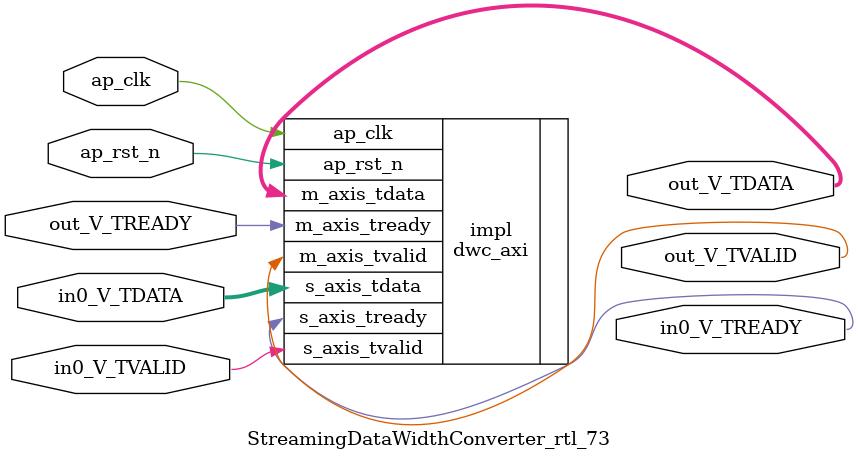
<source format=v>
/******************************************************************************
 * Copyright (C) 2023, Advanced Micro Devices, Inc.
 * All rights reserved.
 *
 * Redistribution and use in source and binary forms, with or without
 * modification, are permitted provided that the following conditions are met:
 *
 *  1. Redistributions of source code must retain the above copyright notice,
 *     this list of conditions and the following disclaimer.
 *
 *  2. Redistributions in binary form must reproduce the above copyright
 *     notice, this list of conditions and the following disclaimer in the
 *     documentation and/or other materials provided with the distribution.
 *
 *  3. Neither the name of the copyright holder nor the names of its
 *     contributors may be used to endorse or promote products derived from
 *     this software without specific prior written permission.
 *
 * THIS SOFTWARE IS PROVIDED BY THE COPYRIGHT HOLDERS AND CONTRIBUTORS "AS IS"
 * AND ANY EXPRESS OR IMPLIED WARRANTIES, INCLUDING, BUT NOT LIMITED TO,
 * THE IMPLIED WARRANTIES OF MERCHANTABILITY AND FITNESS FOR A PARTICULAR
 * PURPOSE ARE DISCLAIMED. IN NO EVENT SHALL THE COPYRIGHT HOLDER OR
 * CONTRIBUTORS BE LIABLE FOR ANY DIRECT, INDIRECT, INCIDENTAL, SPECIAL,
 * EXEMPLARY, OR CONSEQUENTIAL DAMAGES (INCLUDING, BUT NOT LIMITED TO,
 * PROCUREMENT OF SUBSTITUTE GOODS OR SERVICES; LOSS OF USE, DATA, OR PROFITS;
 * OR BUSINESS INTERRUPTION). HOWEVER CAUSED AND ON ANY THEORY OF LIABILITY,
 * WHETHER IN CONTRACT, STRICT LIABILITY, OR TORT (INCLUDING NEGLIGENCE OR
 * OTHERWISE) ARISING IN ANY WAY OUT OF THE USE OF THIS SOFTWARE, EVEN IF
 * ADVISED OF THE POSSIBILITY OF SUCH DAMAGE.
 *****************************************************************************/

module StreamingDataWidthConverter_rtl_73 #(
	parameter  IBITS = 4,
	parameter  OBITS = 256,

	parameter  AXI_IBITS = (IBITS+7)/8 * 8,
	parameter  AXI_OBITS = (OBITS+7)/8 * 8
)(
	//- Global Control ------------------
	(* X_INTERFACE_INFO = "xilinx.com:signal:clock:1.0 ap_clk CLK" *)
	(* X_INTERFACE_PARAMETER = "ASSOCIATED_BUSIF in0_V:out_V, ASSOCIATED_RESET ap_rst_n" *)
	input	ap_clk,
	(* X_INTERFACE_PARAMETER = "POLARITY ACTIVE_LOW" *)
	input	ap_rst_n,

	//- AXI Stream - Input --------------
	output	in0_V_TREADY,
	input	in0_V_TVALID,
	input	[AXI_IBITS-1:0]  in0_V_TDATA,

	//- AXI Stream - Output -------------
	input	out_V_TREADY,
	output	out_V_TVALID,
	output	[AXI_OBITS-1:0]  out_V_TDATA
);

	dwc_axi #(
		.IBITS(IBITS),
		.OBITS(OBITS)
	) impl (
		.ap_clk(ap_clk),
		.ap_rst_n(ap_rst_n),
		.s_axis_tready(in0_V_TREADY),
		.s_axis_tvalid(in0_V_TVALID),
		.s_axis_tdata(in0_V_TDATA),
		.m_axis_tready(out_V_TREADY),
		.m_axis_tvalid(out_V_TVALID),
		.m_axis_tdata(out_V_TDATA)
	);

endmodule

</source>
